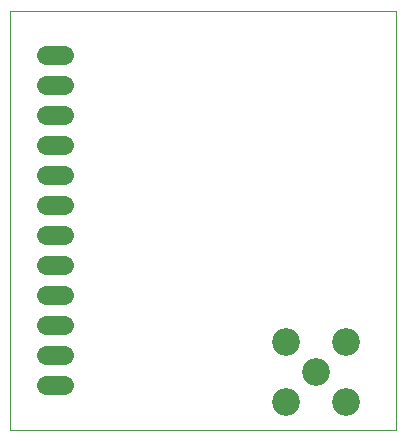
<source format=gbs>
G75*
G70*
%OFA0B0*%
%FSLAX24Y24*%
%IPPOS*%
%LPD*%
%AMOC8*
5,1,8,0,0,1.08239X$1,22.5*
%
%ADD10C,0.0000*%
%ADD11C,0.0926*%
%ADD12C,0.0640*%
D10*
X003000Y002008D02*
X003000Y016004D01*
X015870Y016004D01*
X015870Y002008D01*
X003000Y002008D01*
D11*
X012200Y002958D03*
X013200Y003958D03*
X012200Y004958D03*
X014200Y004958D03*
X014200Y002958D03*
D12*
X004800Y003508D02*
X004200Y003508D01*
X004200Y004508D02*
X004800Y004508D01*
X004800Y005508D02*
X004200Y005508D01*
X004200Y006508D02*
X004800Y006508D01*
X004800Y007508D02*
X004200Y007508D01*
X004200Y008508D02*
X004800Y008508D01*
X004800Y009508D02*
X004200Y009508D01*
X004200Y010508D02*
X004800Y010508D01*
X004800Y011508D02*
X004200Y011508D01*
X004200Y012508D02*
X004800Y012508D01*
X004800Y013508D02*
X004200Y013508D01*
X004200Y014508D02*
X004800Y014508D01*
M02*

</source>
